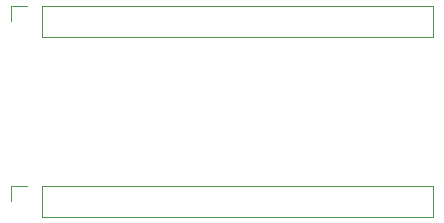
<source format=gbr>
%TF.GenerationSoftware,KiCad,Pcbnew,(5.1.10-1-10_14)*%
%TF.CreationDate,2021-10-02T01:03:44-04:00*%
%TF.ProjectId,microcode-eeprom,6d696372-6f63-46f6-9465-2d656570726f,rev?*%
%TF.SameCoordinates,Original*%
%TF.FileFunction,Legend,Bot*%
%TF.FilePolarity,Positive*%
%FSLAX46Y46*%
G04 Gerber Fmt 4.6, Leading zero omitted, Abs format (unit mm)*
G04 Created by KiCad (PCBNEW (5.1.10-1-10_14)) date 2021-10-02 01:03:44*
%MOMM*%
%LPD*%
G01*
G04 APERTURE LIST*
%ADD10C,0.120000*%
G04 APERTURE END LIST*
D10*
%TO.C,J2*%
X102556000Y-86300000D02*
X102556000Y-87630000D01*
X103886000Y-86300000D02*
X102556000Y-86300000D01*
X105156000Y-86300000D02*
X105156000Y-88960000D01*
X105156000Y-88960000D02*
X138236000Y-88960000D01*
X105156000Y-86300000D02*
X138236000Y-86300000D01*
X138236000Y-86300000D02*
X138236000Y-88960000D01*
%TO.C,J1*%
X102556000Y-101540000D02*
X102556000Y-102870000D01*
X103886000Y-101540000D02*
X102556000Y-101540000D01*
X105156000Y-101540000D02*
X105156000Y-104200000D01*
X105156000Y-104200000D02*
X138236000Y-104200000D01*
X105156000Y-101540000D02*
X138236000Y-101540000D01*
X138236000Y-101540000D02*
X138236000Y-104200000D01*
%TD*%
M02*

</source>
